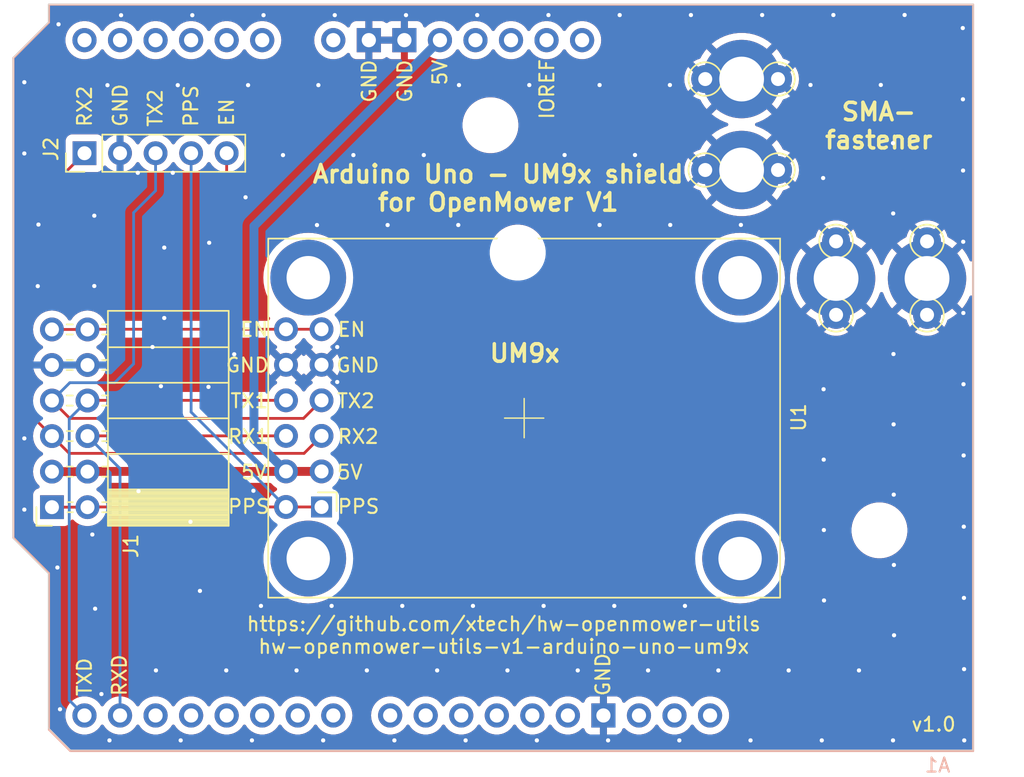
<source format=kicad_pcb>
(kicad_pcb (version 20240108) (generator "pcbnew") (generator_version "8.0")
  (title_block (title "Arduino Uno - UM9x") (date "2024-12-21") (rev "v1.0") (company "Clemens Elflein, openmower.de") (comment 1 "Creative Commons Attribution-NonCommercial-ShareAlike 4.0 International License.") (comment 2 "Licensed under ") (comment 4 "(C) Apehaenger 2024 <joerg@ebeling.ws>"))
  (layers (0 "F.Cu" signal) (31 "B.Cu" signal) (34 "B.Paste" user) (35 "F.Paste" user) (36 "B.SilkS" user "B.Silkscreen") (37 "F.SilkS" user "F.Silkscreen") (38 "B.Mask" user) (39 "F.Mask" user) (44 "Edge.Cuts" user))
  (net 0 "")
  (net 1 "+5V")
  (net 2 "GND")
  (net 29 "/RX1")
  (net 30 "/TX1")
  (net 31 "/PPS")
  (net 32 "/EN")
  (net 33 "/TX2")
  (net 34 "/RX2")
  (footprint "MountingHole:MountingHole_3.2mm_M3_DIN965_Pad_TopBottom" (layer "F.Cu") (at 168.8 84.5)
    (property "Reference" "H1" (hide yes))
    (property "Value" "MountingHole_Pad")
    (pad "1" thru_hole circle (at 0 0) (size 3.6 3.6) (drill 3.2) (layers "*.Cu" "*.Mask") (net 2 "GND"))
    (pad "1" connect circle (at 0 0) (size 5.6 5.6) (layers "F.Cu" "F.Mask") (net 2 "GND"))
    (pad "1" connect circle (at 0 0) (size 5.6 5.6) (layers "B.Cu" "B.Mask") (net 2 "GND"))
  )
  (footprint "Library:PinSocket_2x06_P2.54mm_Horizontal_Top_Bottom" (layer "F.Cu") (at 112.765 100.845 180)
    (property "Reference" "J1" (at -5.65 -2.77 -90) (layer "F.SilkS"))
    (property "Value" "Conn_02x06_Top_Bottom")
    (fp_line (start 1.11 -1.33) (end 1.11 0) (stroke (width 0.12)) (layer "F.SilkS"))
    (fp_line (start 0 -1.33) (end 1.11 -1.33) (stroke (width 0.12)) (layer "F.SilkS"))
    (fp_line (start -1.49 13.06) (end -1.05 13.06) (stroke (width 0.12)) (layer "F.SilkS"))
    (fp_line (start -1.49 12.34) (end -1.05 12.34) (stroke (width 0.12)) (layer "F.SilkS"))
    (fp_line (start -1.49 10.52) (end -1.05 10.52) (stroke (width 0.12)) (layer "F.SilkS"))
    (fp_line (start -1.49 9.8) (end -1.05 9.8) (stroke (width 0.12)) (layer "F.SilkS"))
    (fp_line (start -1.49 7.98) (end -1.05 7.98) (stroke (width 0.12)) (layer "F.SilkS"))
    (fp_line (start -1.49 7.26) (end -1.05 7.26) (stroke (width 0.12)) (layer "F.SilkS"))
    (fp_line (start -1.49 5.44) (end -1.05 5.44) (stroke (width 0.12)) (layer "F.SilkS"))
    (fp_line (start -1.49 4.72) (end -1.05 4.72) (stroke (width 0.12)) (layer "F.SilkS"))
    (fp_line (start -1.49 2.9) (end -1.05 2.9) (stroke (width 0.12)) (layer "F.SilkS"))
    (fp_line (start -1.49 2.18) (end -1.05 2.18) (stroke (width 0.12)) (layer "F.SilkS"))
    (fp_line (start -1.49 0.36) (end -1.11 0.36) (stroke (width 0.12)) (layer "F.SilkS"))
    (fp_line (start -1.49 -0.36) (end -1.11 -0.36) (stroke (width 0.12)) (layer "F.SilkS"))
    (fp_line (start -4 13.06) (end -3.59 13.06) (stroke (width 0.12)) (layer "F.SilkS"))
    (fp_line (start -4 12.34) (end -3.59 12.34) (stroke (width 0.12)) (layer "F.SilkS"))
    (fp_line (start -4 10.52) (end -3.59 10.52) (stroke (width 0.12)) (layer "F.SilkS"))
    (fp_line (start -4 9.8) (end -3.59 9.8) (stroke (width 0.12)) (layer "F.SilkS"))
    (fp_line (start -4 7.98) (end -3.59 7.98) (stroke (width 0.12)) (layer "F.SilkS"))
    (fp_line (start -4 7.26) (end -3.59 7.26) (stroke (width 0.12)) (layer "F.SilkS"))
    (fp_line (start -4 5.44) (end -3.59 5.44) (stroke (width 0.12)) (layer "F.SilkS"))
    (fp_line (start -4 4.72) (end -3.59 4.72) (stroke (width 0.12)) (layer "F.SilkS"))
    (fp_line (start -4 2.9) (end -3.59 2.9) (stroke (width 0.12)) (layer "F.SilkS"))
    (fp_line (start -4 2.18) (end -3.59 2.18) (stroke (width 0.12)) (layer "F.SilkS"))
    (fp_line (start -4 0.36) (end -3.59 0.36) (stroke (width 0.12)) (layer "F.SilkS"))
    (fp_line (start -4 -0.36) (end -3.59 -0.36) (stroke (width 0.12)) (layer "F.SilkS"))
    (fp_line (start -4 -1.33) (end -4 14.03) (stroke (width 0.12)) (layer "F.SilkS"))
    (fp_line (start -12.63 14.03) (end -4 14.03) (stroke (width 0.12)) (layer "F.SilkS"))
    (fp_line (start -12.63 11.43) (end -4 11.43) (stroke (width 0.12)) (layer "F.SilkS"))
    (fp_line (start -12.63 8.89) (end -4 8.89) (stroke (width 0.12)) (layer "F.SilkS"))
    (fp_line (start -12.63 6.35) (end -4 6.35) (stroke (width 0.12)) (layer "F.SilkS"))
    (fp_line (start -12.63 3.81) (end -4 3.81) (stroke (width 0.12)) (layer "F.SilkS"))
    (fp_line (start -12.63 1.27) (end -4 1.27) (stroke (width 0.12)) (layer "F.SilkS"))
    (fp_line (start -12.63 1.1519) (end -4 1.1519) (stroke (width 0.12)) (layer "F.SilkS"))
    (fp_line (start -12.63 1.033805) (end -4 1.033805) (stroke (width 0.12)) (layer "F.SilkS"))
    (fp_line (start -12.63 0.91571) (end -4 0.91571) (stroke (width 0.12)) (layer "F.SilkS"))
    (fp_line (start -12.63 0.797615) (end -4 0.797615) (stroke (width 0.12)) (layer "F.SilkS"))
    (fp_line (start -12.63 0.67952) (end -4 0.67952) (stroke (width 0.12)) (layer "F.SilkS"))
    (fp_line (start -12.63 0.561425) (end -4 0.561425) (stroke (width 0.12)) (layer "F.SilkS"))
    (fp_line (start -12.63 0.44333) (end -4 0.44333) (stroke (width 0.12)) (layer "F.SilkS"))
    (fp_line (start -12.63 0.325235) (end -4 0.325235) (stroke (width 0.12)) (layer "F.SilkS"))
    (fp_line (start -12.63 0.20714) (end -4 0.20714) (stroke (width 0.12)) (layer "F.SilkS"))
    (fp_line (start -12.63 0.089045) (end -4 0.089045) (stroke (width 0.12)) (layer "F.SilkS"))
    (fp_line (start -12.63 -0.02905) (end -4 -0.02905) (stroke (width 0.12)) (layer "F.SilkS"))
    (fp_line (start -12.63 -0.147145) (end -4 -0.147145) (stroke (width 0.12)) (layer "F.SilkS"))
    (fp_line (start -12.63 -0.26524) (end -4 -0.26524) (stroke (width 0.12)) (layer "F.SilkS"))
    (fp_line (start -12.63 -0.383335) (end -4 -0.383335) (stroke (width 0.12)) (layer "F.SilkS"))
    (fp_line (start -12.63 -0.50143) (end -4 -0.50143) (stroke (width 0.12)) (layer "F.SilkS"))
    (fp_line (start -12.63 -0.619525) (end -4 -0.619525) (stroke (width 0.12)) (layer "F.SilkS"))
    (fp_line (start -12.63 -0.73762) (end -4 -0.73762) (stroke (width 0.12)) (layer "F.SilkS"))
    (fp_line (start -12.63 -0.855715) (end -4 -0.855715) (stroke (width 0.12)) (layer "F.SilkS"))
    (fp_line (start -12.63 -0.97381) (end -4 -0.97381) (stroke (width 0.12)) (layer "F.SilkS"))
    (fp_line (start -12.63 -1.091905) (end -4 -1.091905) (stroke (width 0.12)) (layer "F.SilkS"))
    (fp_line (start -12.63 -1.21) (end -4 -1.21) (stroke (width 0.12)) (layer "F.SilkS"))
    (fp_line (start -12.63 -1.33) (end -4 -1.33) (stroke (width 0.12)) (layer "F.SilkS"))
    (fp_line (start -12.63 -1.33) (end -12.63 14.03) (stroke (width 0.12)) (layer "F.SilkS"))
    (pad "1" thru_hole rect (at 0 0 180) (size 1.7 1.7) (drill 1) (layers "*.Cu" "*.Mask") (net 31 "/PPS"))
    (pad "2" thru_hole oval (at 0 2.54 180) (size 1.7 1.7) (drill 1) (layers "*.Cu" "*.Mask") (net 1 "+5V"))
    (pad "3" thru_hole oval (at 0 5.08 180) (size 1.7 1.7) (drill 1) (layers "*.Cu" "*.Mask") (net 34 "/RX2"))
    (pad "4" thru_hole oval (at 0 7.62 180) (size 1.7 1.7) (drill 1) (layers "*.Cu" "*.Mask") (net 33 "/TX2"))
    (pad "5" thru_hole oval (at 0 10.16 180) (size 1.7 1.7) (drill 1) (layers "*.Cu" "*.Mask") (net 2 "GND"))
    (pad "6" thru_hole oval (at 0 12.7 180) (size 1.7 1.7) (drill 1) (layers "*.Cu" "*.Mask") (net 32 "/EN"))
    (pad "7" thru_hole oval (at -2.54 0 180) (size 1.7 1.7) (drill 1) (layers "*.Cu" "*.Mask") (net 31 "/PPS"))
    (pad "8" thru_hole oval (at -2.54 2.54 180) (size 1.7 1.7) (drill 1) (layers "*.Cu" "*.Mask") (net 1 "+5V"))
    (pad "9" thru_hole oval (at -2.54 5.08 180) (size 1.7 1.7) (drill 1) (layers "*.Cu" "*.Mask") (net 29 "/RX1"))
    (pad "10" thru_hole oval (at -2.54 7.62 180) (size 1.7 1.7) (drill 1) (layers "*.Cu" "*.Mask") (net 30 "/TX1"))
    (pad "11" thru_hole oval (at -2.54 10.16 180) (size 1.7 1.7) (drill 1) (layers "*.Cu" "*.Mask") (net 2 "GND"))
    (pad "12" thru_hole oval (at -2.54 12.7 180) (size 1.7 1.7) (drill 1) (layers "*.Cu" "*.Mask") (net 32 "/EN"))
  )
  (footprint "TestPoint:TestPoint_THTPad_D2.0mm_Drill1.0mm" (layer "F.Cu") (at 168.8 81.85)
    (property "Reference" "H12" (hide yes))
    (property "Value" "MountingHole")
    (fp_circle (center 0 0) (end 0 1.2) (stroke (width 0.12)) (fill none) (layer "F.SilkS"))
    (pad "1" thru_hole circle (at 0 0) (size 2 2) (drill 1) (layers "*.Cu" "*.Mask") (net 2 "GND"))
  )
  (footprint "MountingHole:MountingHole_3.2mm_M3_DIN965_Pad_TopBottom" (layer "F.Cu") (at 162.05 70.25)
    (property "Reference" "H3" (hide yes))
    (property "Value" "MountingHole_Pad")
    (pad "1" thru_hole circle (at 0 0) (size 3.6 3.6) (drill 3.2) (layers "*.Cu" "*.Mask") (net 2 "GND"))
    (pad "1" connect circle (at 0 0) (size 5.6 5.6) (layers "F.Cu" "F.Mask") (net 2 "GND"))
    (pad "1" connect circle (at 0 0) (size 5.6 5.6) (layers "B.Cu" "B.Mask") (net 2 "GND"))
  )
  (footprint "MountingHole:MountingHole_3.2mm_M3" (layer "F.Cu") (at 144.1 73.55)
    (property "Reference" "H5" (hide yes))
    (property "Value" "IPX cable hole")
    (pad "" np_thru_hole circle (at 0 0) (size 3.5 3.5) (drill 3.5) (layers "F&B.Cu" "*.Mask"))
  )
  (footprint "TestPoint:TestPoint_THTPad_D2.0mm_Drill1.0mm" (layer "F.Cu") (at 159.45 70.25)
    (property "Reference" "H10" (hide yes))
    (property "Value" "MountingHole")
    (fp_circle (center 0 0) (end 0 1.2) (stroke (width 0.12)) (fill none) (layer "F.SilkS"))
    (pad "1" thru_hole circle (at 0 0) (size 2 2) (drill 1) (layers "*.Cu" "*.Mask") (net 2 "GND"))
  )
  (footprint "TestPoint:TestPoint_THTPad_D2.0mm_Drill1.0mm" (layer "F.Cu") (at 164.65 76.75)
    (property "Reference" "H9" (hide yes))
    (property "Value" "MountingHole")
    (fp_circle (center 0 0) (end 0 1.2) (stroke (width 0.12)) (fill none) (layer "F.SilkS"))
    (pad "1" thru_hole circle (at 0 0) (size 2 2) (drill 1) (layers "*.Cu" "*.Mask") (net 2 "GND"))
  )
  (footprint "Library:UM9x_module" (layer "F.Cu") (at 132.03 100.83 -90)
    (property "Reference" "U1" (at -6.4 -34.1 -90) (layer "F.SilkS"))
    (property "Value" "UM9x_module")
    (fp_line (start -1.043545 0.250379) (end -1.043545 -1.079621) (stroke (width 0.12)) (layer "F.SilkS"))
    (fp_line (start -1.043545 -1.079621) (end 0.286455 -1.079621) (stroke (width 0.12)) (layer "F.SilkS"))
    (fp_rect (start -19.18 -32.77) (end 6.48 3.81) (stroke (width 0.12)) (fill none) (layer "F.SilkS"))
    (dimension (type center) (layer "F.SilkS") (pts (xy 146.51 94.48) (xy 146.51 95.88)) (style (thickness 0.1) (arrow_length 1.27) (text_position_mode 0) (extension_offset 0.5) keep_text_aligned))
    (pad "1" thru_hole rect (at 0 0 270) (size 1.5 1.5) (drill 1) (layers "*.Cu" "*.Mask") (net 31 "/PPS"))
    (pad "2" thru_hole circle (at -2.54 0 270) (size 1.7 1.7) (drill 1) (layers "*.Cu" "*.Mask") (net 1 "+5V"))
    (pad "3" thru_hole circle (at -5.08 0 270) (size 1.7 1.7) (drill 1) (layers "*.Cu" "*.Mask") (net 34 "/RX2"))
    (pad "4" thru_hole circle (at -7.62 0 270) (size 1.7 1.7) (drill 1) (layers "*.Cu" "*.Mask") (net 33 "/TX2"))
    (pad "5" thru_hole circle (at -10.16 0 270) (size 1.7 1.7) (drill 1) (layers "*.Cu" "*.Mask") (net 2 "GND"))
    (pad "6" thru_hole circle (at -12.7 0 270) (size 1.7 1.7) (drill 1) (layers "*.Cu" "*.Mask") (net 32 "/EN"))
    (pad "7" thru_hole circle (at 0 2.54 270) (size 1.7 1.7) (drill 1) (layers "*.Cu" "*.Mask") (net 31 "/PPS"))
    (pad "8" thru_hole circle (at -2.54 2.54 270) (size 1.7 1.7) (drill 1) (layers "*.Cu" "*.Mask") (net 1 "+5V"))
    (pad "9" thru_hole circle (at -5.08 2.54 270) (size 1.7 1.7) (drill 1) (layers "*.Cu" "*.Mask") (net 29 "/RX1"))
    (pad "10" thru_hole circle (at -7.62 2.54 270) (size 1.7 1.7) (drill 1) (layers "*.Cu" "*.Mask") (net 30 "/TX1"))
    (pad "11" thru_hole circle (at -10.16 2.54 270) (size 1.7 1.7) (drill 1) (layers "*.Cu" "*.Mask") (net 2 "GND"))
    (pad "12" thru_hole circle (at -12.7 2.54 270) (size 1.7 1.7) (drill 1) (layers "*.Cu" "*.Mask") (net 32 "/EN"))
    (pad "13" thru_hole circle (at -16.385 -29.91 270) (size 5.41 5.41) (drill 3.1) (layers "*.Cu" "*.Mask"))
    (pad "14" thru_hole circle (at -16.385 0.95 270) (size 5.41 5.41) (drill 3.1) (layers "*.Cu" "*.Mask"))
    (pad "15" thru_hole circle (at 3.685 -29.91 270) (size 5.41 5.41) (drill 3.1) (layers "*.Cu" "*.Mask"))
    (pad "16" thru_hole circle (at 3.685 0.95 270) (size 5.41 5.41) (drill 3.1) (layers "*.Cu" "*.Mask"))
    (zone (net 0) (net_name "") (layer "F.Cu") (connect_pads (clearance 0)) (min_thickness 0.25)
      (keepout (tracks not_allowed) (vias not_allowed) (pads allowed) (copperpour not_allowed) (footprints allowed))
      (fill (thermal_gap 0.5) (thermal_bridge_width 0.5))
      (polygon (pts (xy 164.8 81.65) (xy 164.8 107.31) (xy 128.098744 107.31) (xy 128.109728 101.730195) (xy 133.528251 101.72998) (xy 133.50521 87.23) (xy 128.206632 87.23) (xy 128.094625 81.65)))
    )
  )
  (footprint "TestPoint:TestPoint_THTPad_D2.0mm_Drill1.0mm" (layer "F.Cu") (at 175.3 81.85)
    (property "Reference" "H14" (hide yes))
    (property "Value" "MountingHole")
    (fp_circle (center 0 0) (end 0 1.2) (stroke (width 0.12)) (fill none) (layer "F.SilkS"))
    (pad "1" thru_hole circle (at 0 0) (size 2 2) (drill 1) (layers "*.Cu" "*.Mask") (net 2 "GND"))
  )
  (footprint "MountingHole:MountingHole_3.2mm_M3" (layer "F.Cu") (at 146.05 82.65)
    (property "Reference" "H7" (hide yes))
    (property "Value" "IPX cable hole")
    (pad "" np_thru_hole circle (at 0 0) (size 3.5 3.5) (drill 3.5) (layers "F&B.Cu" "*.Mask"))
  )
  (footprint "TestPoint:TestPoint_THTPad_D2.0mm_Drill1.0mm" (layer "F.Cu") (at 168.8 87.1)
    (property "Reference" "H13" (hide yes))
    (property "Value" "MountingHole")
    (fp_circle (center 0 0) (end 0 1.2) (stroke (width 0.12)) (fill none) (layer "F.SilkS"))
    (pad "1" thru_hole circle (at 0 0) (size 2 2) (drill 1) (layers "*.Cu" "*.Mask") (net 2 "GND"))
  )
  (footprint "TestPoint:TestPoint_THTPad_D2.0mm_Drill1.0mm" (layer "F.Cu") (at 159.45 76.75)
    (property "Reference" "H8" (hide yes))
    (property "Value" "MountingHole")
    (fp_circle (center 0 0) (end 0 1.2) (stroke (width 0.12)) (fill none) (layer "F.SilkS"))
    (pad "1" thru_hole circle (at 0 0) (size 2 2) (drill 1) (layers "*.Cu" "*.Mask") (net 2 "GND"))
  )
  (footprint "Connector_PinHeader_2.54mm:PinHeader_1x05_P2.54mm_Vertical" (layer "F.Cu") (at 115.09 75.55 90)
    (property "Reference" "J2" (at 0.3 -2.39 -90) (layer "F.SilkS"))
    (property "Value" "Conn_01x05_Pin")
    (fp_line (start -1.33 -1.33) (end 0 -1.33) (stroke (width 0.12)) (layer "F.SilkS"))
    (fp_line (start -1.33 0) (end -1.33 -1.33) (stroke (width 0.12)) (layer "F.SilkS"))
    (fp_line (start 1.33 1.27) (end 1.33 11.49) (stroke (width 0.12)) (layer "F.SilkS"))
    (fp_line (start -1.33 1.27) (end 1.33 1.27) (stroke (width 0.12)) (layer "F.SilkS"))
    (fp_line (start -1.33 1.27) (end -1.33 11.49) (stroke (width 0.12)) (layer "F.SilkS"))
    (fp_line (start -1.33 11.49) (end 1.33 11.49) (stroke (width 0.12)) (layer "F.SilkS"))
    (pad "1" thru_hole rect (at 0 0 90) (size 1.7 1.7) (drill 1) (layers "*.Cu" "*.Mask") (net 34 "/RX2"))
    (pad "2" thru_hole oval (at 0 2.54 90) (size 1.7 1.7) (drill 1) (layers "*.Cu" "*.Mask") (net 2 "GND"))
    (pad "3" thru_hole oval (at 0 5.08 90) (size 1.7 1.7) (drill 1) (layers "*.Cu" "*.Mask") (net 33 "/TX2"))
    (pad "4" thru_hole oval (at 0 7.62 90) (size 1.7 1.7) (drill 1) (layers "*.Cu" "*.Mask") (net 31 "/PPS"))
    (pad "5" thru_hole oval (at 0 10.16 90) (size 1.7 1.7) (drill 1) (layers "*.Cu" "*.Mask") (net 32 "/EN"))
  )
  (footprint "TestPoint:TestPoint_THTPad_D2.0mm_Drill1.0mm" (layer "F.Cu") (at 164.65 70.25)
    (property "Reference" "H11" (hide yes))
    (property "Value" "MountingHole")
    (fp_circle (center 0 0) (end 0 1.2) (stroke (width 0.12)) (fill none) (layer "F.SilkS"))
    (pad "1" thru_hole circle (at 0 0) (size 2 2) (drill 1) (layers "*.Cu" "*.Mask") (net 2 "GND"))
  )
  (footprint "MountingHole:MountingHole_3.2mm_M3_DIN965_Pad_TopBottom" (layer "F.Cu") (at 175.3 84.5)
    (property "Reference" "H2" (hide yes))
    (property "Value" "MountingHole_Pad")
    (pad "1" thru_hole circle (at 0 0) (size 3.6 3.6) (drill 3.2) (layers "*.Cu" "*.Mask") (net 2 "GND"))
    (pad "1" connect circle (at 0 0) (size 5.6 5.6) (layers "F.Cu" "F.Mask") (net 2 "GND"))
    (pad "1" connect circle (at 0 0) (size 5.6 5.6) (layers "B.Cu" "B.Mask") (net 2 "GND"))
  )
  (footprint "TestPoint:TestPoint_THTPad_D2.0mm_Drill1.0mm" (layer "F.Cu") (at 175.3 87.1)
    (property "Reference" "H15" (hide yes))
    (property "Value" "MountingHole")
    (fp_circle (center 0 0) (end 0 1.2) (stroke (width 0.12)) (fill none) (layer "F.SilkS"))
    (pad "1" thru_hole circle (at 0 0) (size 2 2) (drill 1) (layers "*.Cu" "*.Mask") (net 2 "GND"))
  )
  (footprint "Library:Arduino_Uno_R3_OpenMower_Shield" (layer "F.Cu") (at 178.59 64.93 180)
    (property "Reference" "A1" (at 2.54 -54.356 180) (layer "B.SilkS") (effects (justify mirror)))
    (property "Value" "Arduino_Uno_R3_Shield")
    (fp_line (start 68.58 -3.81) (end 68.58 -38.1) (stroke (width 0.15)) (layer "B.SilkS"))
    (fp_line (start 68.58 -38.1) (end 66.04 -40.64) (stroke (width 0.15)) (layer "B.SilkS"))
    (fp_line (start 66.04 0) (end 66.04 -1.27) (stroke (width 0.15)) (layer "B.SilkS"))
    (fp_line (start 66.04 -1.27) (end 68.58 -3.81) (stroke (width 0.15)) (layer "B.SilkS"))
    (fp_line (start 66.04 -40.64) (end 66.04 -51.816) (stroke (width 0.15)) (layer "B.SilkS"))
    (fp_line (start 64.516 -53.34) (end 66.04 -51.816) (stroke (width 0.15)) (layer "B.SilkS"))
    (fp_line (start 0 0) (end 66.04 0) (stroke (width 0.15)) (layer "B.SilkS"))
    (fp_line (start 0 -53.34) (end 64.516 -53.34) (stroke (width 0.15)) (layer "B.SilkS"))
    (fp_line (start 0 -53.34) (end 0 0) (stroke (width 0.15)) (layer "B.SilkS"))
    (fp_text user "RXD" (at 61 -49.5 90) (layer "F.SilkS") (effects (justify left)))
    (fp_text user "GND" (at 43.15 -3.85 90) (layer "F.SilkS") (effects (justify right)))
    (fp_text user "GND" (at 40.6 -3.85 90) (layer "F.SilkS") (effects (justify right)))
    (fp_text user "5V" (at 38.1 -3.85 90) (layer "F.SilkS") (effects (justify right)))
    (fp_text user "IOREF" (at 30.45 -3.8 90) (layer "F.SilkS") (effects (justify right)))
    (fp_text user "TXD" (at 63.5 -49.5 90) (layer "F.SilkS") (effects (justify left)))
    (fp_text user "GND" (at 26.45 -49.5 90) (layer "F.SilkS") (effects (justify left)))
    (pad "1" thru_hole oval (at 27.94 -2.54 180) (size 1.7272 1.7272) (drill 1.016) (layers "*.Cu" "*.Mask"))
    (pad "2" thru_hole oval (at 30.48 -2.54 180) (size 1.7272 1.7272) (drill 1.016) (layers "*.Cu" "*.Mask"))
    (pad "3" thru_hole oval (at 33.02 -2.54 180) (size 1.7272 1.7272) (drill 1.016) (layers "*.Cu" "*.Mask"))
    (pad "4" thru_hole oval (at 35.56 -2.54 180) (size 1.7272 1.7272) (drill 1.016) (layers "*.Cu" "*.Mask"))
    (pad "5" thru_hole oval (at 38.1 -2.54 180) (size 1.7272 1.7272) (drill 1.016) (layers "*.Cu" "*.Mask") (net 1 "+5V"))
    (pad "6" thru_hole rect (at 40.64 -2.54 180) (size 1.7272 1.7272) (drill 1.016) (layers "*.Cu" "*.Mask") (net 2 "GND"))
    (pad "7" thru_hole rect (at 43.18 -2.54 180) (size 1.7272 1.7272) (drill 1.016) (layers "*.Cu" "*.Mask") (net 2 "GND"))
    (pad "8" thru_hole oval (at 45.72 -2.54 180) (size 1.7272 1.7272) (drill 1.016) (layers "*.Cu" "*.Mask"))
    (pad "9" thru_hole oval (at 50.8 -2.54 180) (size 1.7272 1.7272) (drill 1.016) (layers "*.Cu" "*.Mask"))
    (pad "10" thru_hole oval (at 53.34 -2.54 180) (size 1.7272 1.7272) (drill 1.016) (layers "*.Cu" "*.Mask"))
    (pad "11" thru_hole oval (at 55.88 -2.54 180) (size 1.7272 1.7272) (drill 1.016) (layers "*.Cu" "*.Mask"))
    (pad "12" thru_hole oval (at 58.42 -2.54 180) (size 1.7272 1.7272) (drill 1.016) (layers "*.Cu" "*.Mask"))
    (pad "13" thru_hole oval (at 60.96 -2.54 180) (size 1.7272 1.7272) (drill 1.016) (layers "*.Cu" "*.Mask"))
    (pad "14" thru_hole oval (at 63.5 -2.54 180) (size 1.7272 1.7272) (drill 1.016) (layers "*.Cu" "*.Mask"))
    (pad "15" thru_hole oval (at 63.5 -50.8 180) (size 1.7272 1.7272) (drill 1.016) (layers "*.Cu" "*.Mask") (net 30 "/TX1"))
    (pad "16" thru_hole oval (at 60.96 -50.8 180) (size 1.7272 1.7272) (drill 1.016) (layers "*.Cu" "*.Mask") (net 29 "/RX1"))
    (pad "17" thru_hole oval (at 58.42 -50.8 180) (size 1.7272 1.7272) (drill 1.016) (layers "*.Cu" "*.Mask"))
    (pad "18" thru_hole oval (at 55.88 -50.8 180) (size 1.7272 1.7272) (drill 1.016) (layers "*.Cu" "*.Mask"))
    (pad "19" thru_hole oval (at 53.34 -50.8 180) (size 1.7272 1.7272) (drill 1.016) (layers "*.Cu" "*.Mask"))
    (pad "20" thru_hole oval (at 50.8 -50.8 180) (size 1.7272 1.7272) (drill 1.016) (layers "*.Cu" "*.Mask"))
    (pad "21" thru_hole oval (at 48.26 -50.8 180) (size 1.7272 1.7272) (drill 1.016) (layers "*.Cu" "*.Mask"))
    (pad "22" thru_hole oval (at 45.72 -50.8 180) (size 1.7272 1.7272) (drill 1.016) (layers "*.Cu" "*.Mask"))
    (pad "23" thru_hole oval (at 41.656 -50.8 180) (size 1.7272 1.7272) (drill 1.016) (layers "*.Cu" "*.Mask"))
    (pad "24" thru_hole oval (at 39.116 -50.8 180) (size 1.7272 1.7272) (drill 1.016) (layers "*.Cu" "*.Mask"))
    (pad "25" thru_hole oval (at 36.576 -50.8 180) (size 1.7272 1.7272) (drill 1.016) (layers "*.Cu" "*.Mask"))
    (pad "26" thru_hole oval (at 34.036 -50.8 180) (size 1.7272 1.7272) (drill 1.016) (layers "*.Cu" "*.Mask"))
    (pad "27" thru_hole oval (at 31.496 -50.8 180) (size 1.7272 1.7272) (drill 1.016) (layers "*.Cu" "*.Mask"))
    (pad "28" thru_hole oval (at 28.956 -50.8 180) (size 1.7272 1.7272) (drill 1.016) (layers "*.Cu" "*.Mask"))
    (pad "29" thru_hole rect (at 26.416 -50.8 180) (size 1.7272 1.7272) (drill 1.016) (layers "*.Cu" "*.Mask") (net 2 "GND"))
    (pad "30" thru_hole oval (at 23.876 -50.8 180) (size 1.7272 1.7272) (drill 1.016) (layers "*.Cu" "*.Mask"))
    (pad "31" thru_hole oval (at 21.336 -50.8 180) (size 1.7272 1.7272) (drill 1.016) (layers "*.Cu" "*.Mask"))
    (pad "32" thru_hole oval (at 18.796 -50.8 180) (size 1.7272 1.7272) (drill 1.016) (layers "*.Cu" "*.Mask"))
  )
  (footprint "MountingHole:MountingHole_3.2mm_M3_DIN965_Pad_TopBottom" (layer "F.Cu") (at 162.05 76.75)
    (property "Reference" "H4" (hide yes))
    (property "Value" "MountingHole_Pad")
    (pad "1" thru_hole circle (at 0 0) (size 3.6 3.6) (drill 3.2) (layers "*.Cu" "*.Mask") (net 2 "GND"))
    (pad "1" connect circle (at 0 0) (size 5.6 5.6) (layers "F.Cu" "F.Mask") (net 2 "GND"))
    (pad "1" connect circle (at 0 0) (size 5.6 5.6) (layers "B.Cu" "B.Mask") (net 2 "GND"))
  )
  (footprint "MountingHole:MountingHole_3.2mm_M3" (layer "F.Cu") (at 171.9 102.5)
    (property "Reference" "H6" (hide yes))
    (property "Value" "IPX cable hole")
    (pad "" np_thru_hole circle (at 0 0) (size 3.5 3.5) (drill 3.5) (layers "F&B.Cu" "*.Mask"))
  )
  (gr_poly (pts (xy 178.6 118.2) (xy 114.1 118.2) (xy 112.5 116.6) (xy 112.5 105.6) (xy 110 103.1) (xy 110 68.7) (xy 112.5 66.2) (xy 112.5 64.9) (xy 178.6 64.9)) (stroke (width 0.05)) (fill none) (layer "Edge.Cuts"))
  (gr_text "${REVISION}" (at 174.1 116.95 0) (layer "F.SilkS") (effects (font (size 1 1)) (justify left bottom)))
  (gr_text "TX1" (at 128.3 93.25 0) (layer "F.SilkS") (effects (font (size 1 1)) (justify right)))
  (gr_text "https://github.com/xtech/hw-openmower-utils\nhw-openmower-utils-v1-arduino-uno-um9x" (at 145.05 110 0) (layer "F.SilkS") (effects (font (size 1 1))))
  (gr_text "EN" (at 128.3 88.15 0) (layer "F.SilkS") (effects (font (size 1 1)) (justify right)))
  (gr_text "RX2" (at 133.1 95.8 0) (layer "F.SilkS") (effects (font (size 1 1)) (justify left)))
  (gr_text "PPS" (at 122.7 73.75 90) (layer "F.SilkS") (effects (font (size 1 1)) (justify left)))
  (gr_text "GND" (at 128.35 90.7 0) (layer "F.SilkS") (effects (font (size 1 1)) (justify right)))
  (gr_text "TX2" (at 120.15 73.75 90) (layer "F.SilkS") (effects (font (size 1 1)) (justify left)))
  (gr_text "5V" (at 133.05 98.35 0) (layer "F.SilkS") (effects (font (size 1 1)) (justify left)))
  (gr_text "GND" (at 133 90.7 0) (layer "F.SilkS") (effects (font (size 1 1)) (justify left)))
  (gr_text "${TITLE} shield\nfor OpenMower V1" (at 144.65 78.05 0) (layer "F.SilkS") (effects (font (size 1.25 1.25) (thickness 0.25) (bold yes))))
  (gr_text "5V" (at 128.2 98.35 0) (layer "F.SilkS") (effects (font (size 1 1)) (justify right)))
  (gr_text "GND" (at 117.65 73.75 90) (layer "F.SilkS") (effects (font (size 1 1)) (justify left)))
  (gr_text "RX1" (at 128.35 95.8 0) (layer "F.SilkS") (effects (font (size 1 1)) (justify right)))
  (gr_text "PPS" (at 133.1 100.8 0) (layer "F.SilkS") (effects (font (size 1 1)) (justify left)))
  (gr_text "TX2" (at 133.05 93.25 0) (layer "F.SilkS") (effects (font (size 1 1)) (justify left)))
  (gr_text "UM9x" (at 146.55 89.85 0) (layer "F.SilkS") (effects (font (size 1.25 1.25) (thickness 0.25) (bold yes))))
  (gr_text "EN" (at 125.25 73.7 90) (layer "F.SilkS") (effects (font (size 1 1)) (justify left)))
  (gr_text "RX2" (at 115.1 73.75 90) (layer "F.SilkS") (effects (font (size 1 1)) (justify left)))
  (gr_text "PPS" (at 128.4 100.8 0) (layer "F.SilkS") (effects (font (size 1 1)) (justify right)))
  (gr_text "EN" (at 133.1 88.15 0) (layer "F.SilkS") (effects (font (size 1 1)) (justify left)))
  (gr_text "SMA-\nfastener" (at 171.85 73.6 0) (layer "F.SilkS") (effects (font (size 1.25 1.25) (thickness 0.25) (bold yes))))
  (segment (start 129.49 98.29) (end 115.32 98.29) (width 0.635) (layer "F.Cu") (net 1))
  (segment (start 115.305 98.305) (end 112.765 98.305) (width 0.635) (layer "F.Cu") (net 1))
  (segment (start 129.49 98.29) (end 132.03 98.29) (width 0.635) (layer "F.Cu") (net 1))
  (segment (start 127.2 96) (end 129.49 98.29) (width 0.635) (layer "B.Cu") (net 1))
  (segment (start 140.49 67.47) (end 127.2 80.76) (width 0.635) (layer "B.Cu") (net 1))
  (segment (start 127.2 80.76) (end 127.2 96) (width 0.635) (layer "B.Cu") (net 1))
  (via (at 149.398957 75.67884) (size 0.48) (drill 0.3) (layers "F.Cu" "B.Cu") (net 2))
  (via (at 136.752747 80.68267) (size 0.48) (drill 0.3) (layers "F.Cu" "B.Cu") (net 2))
  (via (at 135.268155 112.51) (size 0.48) (drill 0.3) (layers "F.Cu" "B.Cu") (net 2))
  (via (at 141.852178 70.681125) (size 0.48) (drill 0.3) (layers "F.Cu" "B.Cu") (net 2))
  (via (at 147.9 107.9) (size 0.48) (drill 0.3) (layers "F.Cu" "B.Cu") (net 2))
  (via (at 172.870411 74.830063) (size 0.48) (drill 0.3) (layers "F.Cu" "B.Cu") (net 2))
  (via (at 120.55 92.2) (size 0.48) (drill 0.3) (layers "F.Cu" "B.Cu") (net 2))
  (via (at 167.937821 107.51) (size 0.48) (drill 0.3) (layers "F.Cu" "B.Cu") (net 2))
  (via (at 120.79 82.295539) (size 0.48) (drill 0.3) (layers "F.Cu" "B.Cu") (net 2))
  (via (at 177.958472 117.51) (size 0.48) (drill 0.3) (layers "F.Cu" "B.Cu") (net 2))
  (via (at 127.7 107.9) (size 0.48) (drill 0.3) (layers "F.Cu" "B.Cu") (net 2))
  (via (at 177.863958 71.696925) (size 0.48) (drill 0.3) (layers "F.Cu" "B.Cu") (net 2))
  (via (at 129.274962 75.684934) (size 0.48) (drill 0.3) (layers "F.Cu" "B.Cu") (net 2))
  (via (at 167.875546 77.324053) (size 0.48) (drill 0.3) (layers "F.Cu" "B.Cu") (net 2))
  (via (at 121.4 76.95) (size 0.48) (drill 0.3) (layers "F.Cu" "B.Cu") (net 2))
  (via (at 115.79 80.016032) (size 0.48) (drill 0.3) (layers "F.Cu" "B.Cu") (net 2))
  (via (at 110.79 75.567789) (size 0.48) (drill 0.3) (layers "F.Cu" "B.Cu") (net 2))
  (via (at 177.926967 102.238972) (size 0.48) (drill 0.3) (layers "F.Cu" "B.Cu") (net 2))
  (via (at 137.8 107.9) (size 0.48) (drill 0.3) (layers "F.Cu" "B.Cu") (net 2))
  (via (at 123.34 106.82883) (size 0.48) (drill 0.3) (layers "F.Cu" "B.Cu") (net 2))
  (via (at 116.732184 70.688733) (size 0.48) (drill 0.3) (layers "F.Cu" "B.Cu") (net 2))
  (via (at 110.79 70.477437) (size 0.48) (drill 0.3) (layers "F.Cu" "B.Cu") (net 2))
  (via (at 130.244156 112.51) (size 0.48) (drill 0.3) (layers "F.Cu" "B.Cu") (net 2))
  (via (at 156.948531 80.676553) (size 0.48) (drill 0.3) (layers "F.Cu" "B.Cu") (net 2))
  (via (at 177.937469 107.329313) (size 0.48) (drill 0.3) (layers "F.Cu" "B.Cu") (net 2))
  (via (at 124 81.95) (size 0.48) (drill 0.3) (layers "F.Cu" "B.Cu") (net 2))
  (via (at 142.326008 117.51) (size 0.48) (drill 0.3) (layers "F.Cu" "B.Cu") (net 2))
  (via (at 152.95 107.9) (size 0.48) (drill 0.3) (layers "F.Cu" "B.Cu") (net 2))
  (via (at 121.9646 117.51) (size 0.48) (drill 0.3) (layers "F.Cu" "B.Cu") (net 2))
  (via (at 163.516832 65.674564) (size 0.48) (drill 0.3) (layers "F.Cu" "B.Cu") (net 2))
  (via (at 111.75 85.05) (size 0.48) (drill 0.3) (layers "F.Cu" "B.Cu") (net 2))
  (via (at 142.85 107.9) (size 0.48) (drill 0.3) (layers "F.Cu" "B.Cu") (net 2))
  (via (at 115.65 102.8) (size 0.48) (drill 0.3) (layers "F.Cu" "B.Cu") (net 2))
  (via (at 171.99617 70.671996) (size 0.48) (drill 0.3) (layers "F.Cu" "B.Cu") (net 2))
  (via (at 177.853457 66.606584) (size 0.48) (drill 0.3) (layers "F.Cu" "B.Cu") (net 2))
  (via (at 167.906683 92.417018) (size 0.48) (drill 0.3) (layers "F.Cu" "B.Cu") (net 2))
  (via (at 137.235656 117.51) (size 0.48) (drill 0.3) (layers "F.Cu" "B.Cu") (net 2))
  (via (at 161.997476 80.675024) (size 0.48) (drill 0.3) (layers "F.Cu" "B.Cu") (net 2))
  (via (at 157.597064 117.51) (size 0.48) (drill 0.3) (layers "F.Cu" "B.Cu") (net 2))
  (via (at 172.901505 89.902028) (size 0.48) (drill 0.3) (layers "F.Cu" "B.Cu") (net 2))
  (via (at 167.917063 97.448007) (size 0.48) (drill 0.3) (layers "F.Cu" "B.Cu") (net 2))
  (via (at 177.916466 97.148631) (size 0.48) (drill 0.3) (layers "F.Cu" "B.Cu") (net 2))
  (via (at 134.30596 75.683411) (size 0.48) (drill 0.3) (layers "F.Cu" "B.Cu") (net 2))
  (via (at 173.697535 65.671481) (size 0.48) (drill 0.3) (layers "F.Cu" "B.Cu") (net 2))
  (via (at 145.316153 112.51) (size 0.48) (drill 0.3) (layers "F.Cu" "B.Cu") (net 2))
  (via (at 122.794018 65.686897) (size 0.48) (drill 0.3) (layers "F.Cu" "B.Cu") (net 2))
  (via (at 133.15 89.4) (size 0.48) (drill 0.3) (layers "F.Cu" "B.Cu") (net 2))
  (via (at 117.703666 65.688439) (size 0.48) (drill 0.3) (layers "F.Cu" "B.Cu") (net 2))
  (via (at 141.801693 80.681141) (size 0.48) (drill 0.3) (layers "F.Cu" "B.Cu") (net 2))
  (via (at 125.79 89.919026) (size 0.48) (drill 0.3) (layers "F.Cu" "B.Cu") (net 2))
  (via (at 172.9326 104.973993) (size 0.48) (drill 0.3) (layers "F.Cu" "B.Cu") (net 2))
  (via (at 122.663573 101.888798) (size 0.48) (drill 0.3) (layers "F.Cu" "B.Cu") (net 2))
  (via (at 155.364151 112.51) (size 0.48) (drill 0.3) (layers "F.Cu" "B.Cu") (net 2))
  (via (at 118.95 99.7) (size 0.48) (drill 0.3) (layers "F.Cu" "B.Cu") (net 2))
  (via (at 110.79 101.019549) (size 0.48) (drill 0.3) (layers "F.Cu" "B.Cu") (net 2))
  (via (at 132.145304 117.51) (size 0.48) (drill 0.3) (layers "F.Cu" "B.Cu") (net 2))
  (via (at 119.95 89.4) (size 0.48) (drill 0.3) (layers "F.Cu" "B.Cu") (net 2))
  (via (at 131.80418 70.684168) (size 0.48) (drill 0.3) (layers "F.Cu" "B.Cu") (net 2))
  (via (at 110.79 95.929197) (size 0.48) (drill 0.3) (layers "F.Cu" "B.Cu") (net 2))
  (via (at 132.75 107.9) (size 0.48) (drill 0.3) (layers "F.Cu" "B.Cu") (net 2))
  (via (at 138.065073 65.682272) (size 0.48) (drill 0.3) (layers "F.Cu" "B.Cu") (net 2))
  (via (at 172.942965 109.997981) (size 0.48) (drill 0.3) (layers "F.Cu" "B.Cu") (net 2))
  (via (at 177.884961 81.877608) (size 0.48) (drill 0.3) (layers "F.Cu" "B.Cu") (net 2))
  (via (at 166.972172 70.673518) (size 0.48) (drill 0.3) (layers "F.Cu" "B.Cu") (net 2))
  (via (at 177.905964 92.05829) (size 0.48) (drill 0.3) (layers "F.Cu" "B.Cu") (net 2))
  (via (at 154.429955 75.677316) (size 0.48) (drill 0.3) (layers "F.Cu" "B.Cu") (net 2))
  (via (at 177.94797 112.419655) (size 0.48) (drill 0.3) (layers "F.Cu" "B.Cu") (net 2))
  (via (at 113.34 115.2854) (size 0.48) (drill 0.3) (layers "F.Cu" "B.Cu") (net 2))
  (via (at 140.292154 112.51) (size 0.48) (drill 0.3) (layers "F.Cu" "B.Cu") (net 2))
  (via (at 177.895463 86.967949) (size 0.48) (drill 0.3) (layers "F.Cu" "B.Cu") (net 2))
  (via (at 133.15 91.9) (size 0.48) (drill 0.3) (layers "F.Cu" "B.Cu") (net 2))
  (via (at 172.922235 99.950005) (size 0.48) (drill 0.3) (layers "F.Cu" "B.Cu") (net 2))
  (via (at 120.196158 112.51) (size 0.48) (drill 0.3) (layers "F.Cu" "B.Cu") (net 2))
  (via (at 120.79 87.326538) (size 0.48) (drill 0.3) (layers "F.Cu" "B.Cu") (net 2))
  (via (at 151.899585 80.678082) (size 0.48) (drill 0.3) (layers "F.Cu" "B.Cu") (net 2))
  (via (at 160.38815 112.51) (size 0.48) (drill 0.3) (layers "F.Cu" "B.Cu") (net 2))
  (via (at 151.900175 70.678082) (size 0.48) (drill 0.3) (layers "F.Cu" "B.Cu") (net 2))
  (via (at 113.235113 66.336953) (size 0.48) (drill 0.3) (layers "F.Cu" "B.Cu") (net 2))
  (via (at 165.412149 112.51) (size 0.48) (drill 0.3) (layers "F.Cu" "B.Cu") (net 2))
  (via (at 167.927442 102.478995) (size 0.48) (drill 0.3) (layers "F.Cu" "B.Cu") (net 2))
  (via (at 167.777768 117.51) (size 0.48) (drill 0.3) (layers "F.Cu" "B.Cu") (net 2))
  (via (at 152.506712 117.51) (size 0.48) (drill 0.3) (layers "F.Cu" "B.Cu") (net 2))
  (via (at 168.607183 65.673023) (size 0.48) (drill 0.3) (layers "F.Cu" "B.Cu") (net 2))
  (via (at 143.155425 65.680731) (size 0.48) (drill 0.3) (layers "F.Cu" "B.Cu") (net 2))
  (via (at 146.876177 70.679604) (size 0.48) (drill 0.3) (layers "F.Cu" "B.Cu") (net 2))
  (via (at 126.780182 70.68569) (size 0.48) (drill 0.3) (layers "F.Cu" "B.Cu") (net 2))
  (via (at 158 107.9) (size 0.48) (drill 0.3) (layers "F.Cu" "B.Cu") (net 2))
  (via (at 115.85 108.1) (size 0.48) (drill 0.3) (layers "F.Cu" "B.Cu") (net 2))
  (via (at 150.340152 112.51) (size 0.48) (drill 0.3) (layers "F.Cu" "B.Cu") (net 2))
  (via (at 123.95 92.25) (size 0.48) (drill 0.3) (layers "F.Cu" "B.Cu") (net 2))
  (via (at 121.756183 70.687211) (size 0.48) (drill 0.3) (layers "F.Cu" "B.Cu") (net 2))
  (via (at 147.41636 117.51) (size 0.48) (drill 0.3) (layers "F.Cu" "B.Cu") (net 2))
  (via (at 172.86812 117.51) (size 0.48) (drill 0.3) (layers "F.Cu" "B.Cu") (net 2))
  (via (at 177.87446 76.787266) (size 0.48) (drill 0.3) (layers "F.Cu" "B.Cu") (net 2))
  (via (at 132.974721 65.683814) (size 0.48) (drill 0.3) (layers "F.Cu" "B.Cu") (net 2))
  (via (at 126.6 78.7) (size 0.48) (drill 0.3) (layers "F.Cu" "B.Cu") (net 2))
  (via (at 127.884369 65.685355) (size 0.48) (drill 0.3) (layers "F.Cu" "B.Cu") (net 2))
  (via (at 111.8 80.65) (size 0.48) (drill 0.3) (layers "F.Cu" "B.Cu") (net 2))
  (via (at 116.874248 117.51) (size 0.48) (drill 0.3) (layers "F.Cu" "B.Cu") (net 2))
  (via (at 131.703802 80.684199) (size 0.48) (drill 0.3) (layers "F.Cu" "B.Cu") (net 2))
  (via (at 172.880776 79.854051) (size 0.48) (drill 0.3) (layers "F.Cu" "B.Cu") (net 2))
  (via (at 170.436148 112.51) (size 0.48) (drill 0.3) (layers "F.Cu" "B.Cu") (net 2))
  (via (at 139.336959 75.681887) (size 0.48) (drill 0.3) (layers "F.Cu" "B.Cu") (net 2))
  (via (at 118.9 76.95) (size 0.48) (drill 0.3) (layers "F.Cu" "B.Cu") (net 2))
  (via (at 153.336128 65.677647) (size 0.48) (drill 0.3) (layers "F.Cu" "B.Cu") (net 2))
  (via (at 113.153122 105.157577) (size 0.48) (drill 0.3) (layers "F.Cu" "B.Cu") (net 2))
  (via (at 115.79 85.040031) (size 0.48) (drill 0.3) (layers "F.Cu" "B.Cu") (net 2))
  (via (at 127.054952 117.51) (size 0.48) (drill 0.3) (layers "F.Cu" "B.Cu") (net 2))
  (via (at 116.3 114.2) (size 0.48) (drill 0.3) (layers "F.Cu" "B.Cu") (net 2))
  (via (at 158.42648 65.676106) (size 0.48) (drill 0.3) (layers "F.Cu" "B.Cu") (net 2))
  (via (at 125.220157 112.51) (size 0.48) (drill 0.3) (layers "F.Cu" "B.Cu") (net 2))
  (via (at 172.91187 94.926016) (size 0.48) (drill 0.3) (layers "F.Cu" "B.Cu") (net 2))
  (via (at 127.161356 99.672982) (size 0.48) (drill 0.3) (layers "F.Cu" "B.Cu") (net 2))
  (via (at 156.924174 70.676561) (size 0.48) (drill 0.3) (layers "F.Cu" "B.Cu") (net 2))
  (via (at 162.687416 117.51) (size 0.48) (drill 0.3) (layers "F.Cu" "B.Cu") (net 2))
  (via (at 148.245776 65.679189) (size 0.48) (drill 0.3) (layers "F.Cu" "B.Cu") (net 2))
  (segment (start 129.49 95.75) (end 115.32 95.75) (width 0.2) (layer "F.Cu") (net 29))
  (segment (start 117.63 115.73) (end 117.63 98.09) (width 0.2) (layer "B.Cu") (net 29))
  (segment (start 117.63 98.09) (end 115.305 95.765) (width 0.2) (layer "B.Cu") (net 29))
  (segment (start 129.49 93.21) (end 115.32 93.21) (width 0.2) (layer "F.Cu") (net 30))
  (segment (start 115.09 115.73) (end 114 114.64) (width 0.2) (layer "B.Cu") (net 30))
  (segment (start 114 114.64) (end 114 94.53) (width 0.2) (layer "B.Cu") (net 30))
  (segment (start 114 94.53) (end 115.305 93.225) (width 0.2) (layer "B.Cu") (net 30))
  (segment (start 129.49 100.83) (end 115.32 100.83) (width 0.2) (layer "F.Cu") (net 31))
  (segment (start 115.305 100.845) (end 112.765 100.845) (width 0.2) (layer "F.Cu") (net 31))
  (segment (start 132.03 100.83) (end 129.49 100.83) (width 0.2) (layer "F.Cu") (net 31))
  (segment (start 122.71 75.55) (end 122.71 94.05) (width 0.2) (layer "B.Cu") (net 31))
  (segment (start 122.71 94.05) (end 129.49 100.83) (width 0.2) (layer "B.Cu") (net 31))
  (segment (start 129.49 88.13) (end 132.03 88.13) (width 0.2) (layer "F.Cu") (net 32))
  (segment (start 129.49 88.13) (end 125.25 88.13) (width 0.2) (layer "F.Cu") (net 32))
  (segment (start 125.25 88.13) (end 115.32 88.13) (width 0.2) (layer "F.Cu") (net 32))
  (segment (start 115.305 88.145) (end 112.765 88.145) (width 0.2) (layer "F.Cu") (net 32))
  (segment (start 125.25 75.55) (end 125.25 88.13) (width 0.2) (layer "F.Cu") (net 32))
  (segment (start 114.04 94.5) (end 112.765 93.225) (width 0.2) (layer "F.Cu") (net 33))
  (segment (start 130.74 94.5) (end 114.04 94.5) (width 0.2) (layer "F.Cu") (net 33))
  (segment (start 132.03 93.21) (end 130.74 94.5) (width 0.2) (layer "F.Cu") (net 33))
  (segment (start 118.6 79.8) (end 118.6 90.6) (width 0.2) (layer "B.Cu") (net 33))
  (segment (start 114.04 91.95) (end 112.765 93.225) (width 0.2) (layer "B.Cu") (net 33))
  (segment (start 120.17 75.55) (end 120.17 78.23) (width 0.2) (layer "B.Cu") (net 33))
  (segment (start 117.25 91.95) (end 114.04 91.95) (width 0.2) (layer "B.Cu") (net 33))
  (segment (start 120.17 78.23) (end 118.6 79.8) (width 0.2) (layer "B.Cu") (net 33))
  (segment (start 118.6 90.6) (end 117.25 91.95) (width 0.2) (layer "B.Cu") (net 33))
  (segment (start 114 97) (end 130.78 97) (width 0.2) (layer "F.Cu") (net 34))
  (segment (start 110.45 93.45) (end 112.765 95.765) (width 0.2) (layer "F.Cu") (net 34))
  (segment (start 130.78 97) (end 132.03 95.75) (width 0.2) (layer "F.Cu") (net 34))
  (segment (start 115.09 75.55) (end 110.45 80.19) (width 0.2) (layer "F.Cu") (net 34))
  (segment (start 112.765 95.765) (end 114 97) (width 0.2) (layer "F.Cu") (net 34))
  (segment (start 110.45 80.19) (end 110.45 93.45) (width 0.2) (layer "F.Cu") (net 34))
  (zone (net 2) (net_name "GND") (layers "F&B.Cu") (name "GND") (connect_pads (clearance 0.5)) (min_thickness 0.25) (fill yes (thermal_gap 0.5) (thermal_bridge_width 0.5))
    (polygon (pts (xy 112.5 66.2) (xy 112.55 64.95) (xy 178.59 64.93) (xy 178.7 118.25) (xy 114.15 118.25) (xy 112.6 116.65) (xy 112.6 105.65) (xy 110.05 103) (xy 110.05 68.8)))
  )
)
</source>
